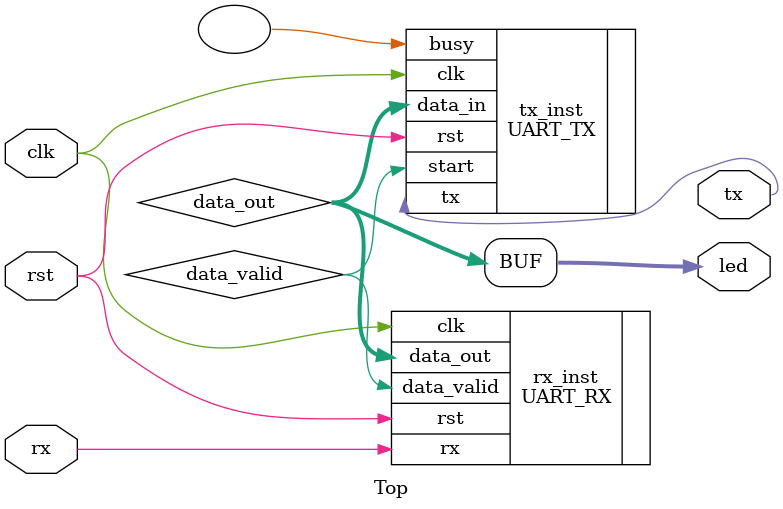
<source format=v>
module Top (
    input clk,
    input rst,
    input rx,
    output tx,
    output [7:0] led
);
    wire [7:0] data_out;
    wire data_valid;

    UART_TX tx_inst(.clk(clk), .rst(rst), .data_in(data_out), .start(data_valid), .tx(tx), .busy());
    UART_RX rx_inst(.clk(clk), .rst(rst), .rx(rx), .data_out(data_out), .data_valid(data_valid));

    assign led = data_out;
endmodule

</source>
